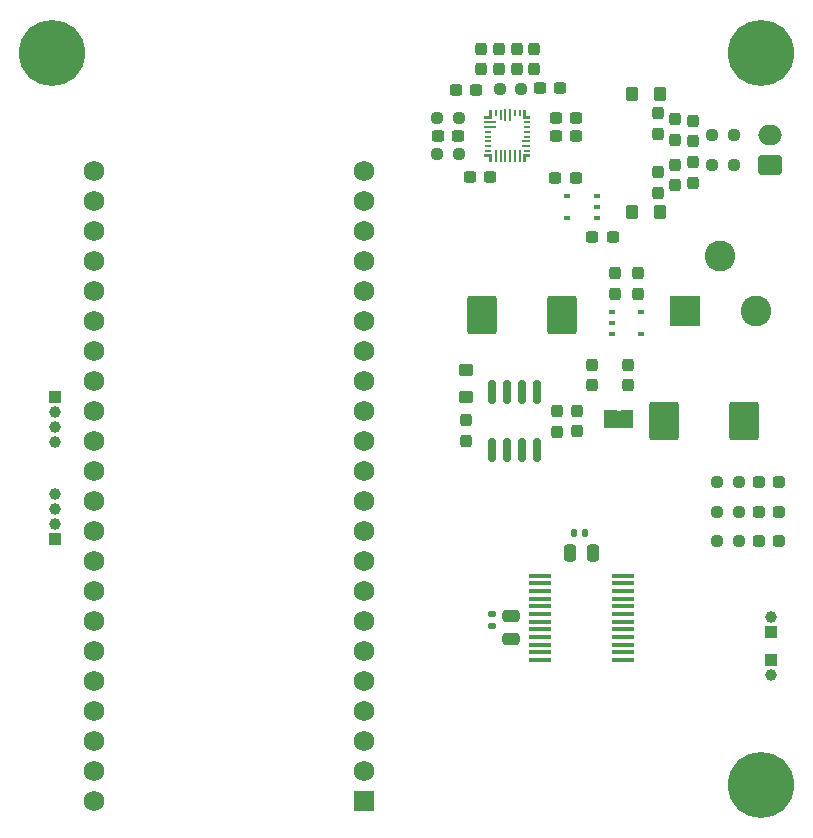
<source format=gbr>
%TF.GenerationSoftware,KiCad,Pcbnew,9.0.4*%
%TF.CreationDate,2025-10-21T16:10:30+02:00*%
%TF.ProjectId,Nomad,4e6f6d61-642e-46b6-9963-61645f706362,rev?*%
%TF.SameCoordinates,Original*%
%TF.FileFunction,Soldermask,Top*%
%TF.FilePolarity,Negative*%
%FSLAX46Y46*%
G04 Gerber Fmt 4.6, Leading zero omitted, Abs format (unit mm)*
G04 Created by KiCad (PCBNEW 9.0.4) date 2025-10-21 16:10:30*
%MOMM*%
%LPD*%
G01*
G04 APERTURE LIST*
G04 Aperture macros list*
%AMRoundRect*
0 Rectangle with rounded corners*
0 $1 Rounding radius*
0 $2 $3 $4 $5 $6 $7 $8 $9 X,Y pos of 4 corners*
0 Add a 4 corners polygon primitive as box body*
4,1,4,$2,$3,$4,$5,$6,$7,$8,$9,$2,$3,0*
0 Add four circle primitives for the rounded corners*
1,1,$1+$1,$2,$3*
1,1,$1+$1,$4,$5*
1,1,$1+$1,$6,$7*
1,1,$1+$1,$8,$9*
0 Add four rect primitives between the rounded corners*
20,1,$1+$1,$2,$3,$4,$5,0*
20,1,$1+$1,$4,$5,$6,$7,0*
20,1,$1+$1,$6,$7,$8,$9,0*
20,1,$1+$1,$8,$9,$2,$3,0*%
%AMFreePoly0*
4,1,6,1.000000,0.000000,0.500000,-0.750000,-0.500000,-0.750000,-0.500000,0.750000,0.500000,0.750000,1.000000,0.000000,1.000000,0.000000,$1*%
%AMFreePoly1*
4,1,6,0.500000,-0.750000,-0.650000,-0.750000,-0.150000,0.000000,-0.650000,0.750000,0.500000,0.750000,0.500000,-0.750000,0.500000,-0.750000,$1*%
G04 Aperture macros list end*
%ADD10C,0.000000*%
%ADD11R,0.609600X0.381000*%
%ADD12RoundRect,0.237500X0.237500X-0.300000X0.237500X0.300000X-0.237500X0.300000X-0.237500X-0.300000X0*%
%ADD13RoundRect,0.237500X-0.237500X0.300000X-0.237500X-0.300000X0.237500X-0.300000X0.237500X0.300000X0*%
%ADD14RoundRect,0.250000X0.750000X-0.600000X0.750000X0.600000X-0.750000X0.600000X-0.750000X-0.600000X0*%
%ADD15O,2.000000X1.700000*%
%ADD16RoundRect,0.102000X0.765000X0.765000X-0.765000X0.765000X-0.765000X-0.765000X0.765000X-0.765000X0*%
%ADD17C,1.734000*%
%ADD18RoundRect,0.237500X0.287500X0.237500X-0.287500X0.237500X-0.287500X-0.237500X0.287500X-0.237500X0*%
%ADD19C,5.600000*%
%ADD20RoundRect,0.237500X-0.300000X-0.237500X0.300000X-0.237500X0.300000X0.237500X-0.300000X0.237500X0*%
%ADD21RoundRect,0.100000X0.850000X0.100000X-0.850000X0.100000X-0.850000X-0.100000X0.850000X-0.100000X0*%
%ADD22RoundRect,0.237500X-0.250000X-0.237500X0.250000X-0.237500X0.250000X0.237500X-0.250000X0.237500X0*%
%ADD23RoundRect,0.150000X-0.150000X0.825000X-0.150000X-0.825000X0.150000X-0.825000X0.150000X0.825000X0*%
%ADD24RoundRect,0.250000X-0.275000X-0.350000X0.275000X-0.350000X0.275000X0.350000X-0.275000X0.350000X0*%
%ADD25RoundRect,0.250000X1.000000X-1.400000X1.000000X1.400000X-1.000000X1.400000X-1.000000X-1.400000X0*%
%ADD26R,1.000000X1.000000*%
%ADD27C,1.000000*%
%ADD28RoundRect,0.237500X0.250000X0.237500X-0.250000X0.237500X-0.250000X-0.237500X0.250000X-0.237500X0*%
%ADD29RoundRect,0.237500X0.300000X0.237500X-0.300000X0.237500X-0.300000X-0.237500X0.300000X-0.237500X0*%
%ADD30RoundRect,0.140000X0.170000X-0.140000X0.170000X0.140000X-0.170000X0.140000X-0.170000X-0.140000X0*%
%ADD31R,0.584200X0.254000*%
%ADD32R,0.254000X0.799702*%
%ADD33R,0.990600X0.203200*%
%ADD34R,0.609600X0.203200*%
%ADD35R,0.711200X0.254000*%
%ADD36R,0.254002X0.622288*%
%ADD37R,0.203200X0.990600*%
%ADD38R,0.256212X0.614897*%
%ADD39R,0.609600X0.254000*%
%ADD40R,0.711200X0.203200*%
%ADD41R,0.660400X0.203200*%
%ADD42R,0.254000X0.609600*%
%ADD43R,0.203200X0.609600*%
%ADD44R,0.203200X0.914400*%
%ADD45FreePoly0,180.000000*%
%ADD46FreePoly1,180.000000*%
%ADD47RoundRect,0.250000X-0.350000X0.275000X-0.350000X-0.275000X0.350000X-0.275000X0.350000X0.275000X0*%
%ADD48RoundRect,0.140000X-0.140000X-0.170000X0.140000X-0.170000X0.140000X0.170000X-0.140000X0.170000X0*%
%ADD49RoundRect,0.250000X-0.250000X-0.475000X0.250000X-0.475000X0.250000X0.475000X-0.250000X0.475000X0*%
%ADD50RoundRect,0.250000X0.475000X-0.250000X0.475000X0.250000X-0.475000X0.250000X-0.475000X-0.250000X0*%
%ADD51R,2.600000X2.600000*%
%ADD52C,2.600000*%
G04 APERTURE END LIST*
D10*
%TO.C,U5*%
G36*
X113253196Y-50220297D02*
G01*
X112999196Y-50220297D01*
X112999199Y-49852000D01*
X112541999Y-49852007D01*
X112541999Y-49598007D01*
X113253200Y-49598007D01*
X113253196Y-50220297D01*
G37*
G36*
X113223808Y-46602804D02*
G01*
X112554699Y-46602801D01*
X112554699Y-46348801D01*
X112969811Y-46348807D01*
X112969808Y-45815404D01*
X113223808Y-45815404D01*
X113223808Y-46602804D01*
G37*
G36*
X116096017Y-46348807D02*
G01*
X116451617Y-46348801D01*
X116451617Y-46602801D01*
X115842017Y-46602801D01*
X115842020Y-45815404D01*
X116096020Y-45815404D01*
X116096017Y-46348807D01*
G37*
G36*
X116451617Y-49852007D02*
G01*
X116096017Y-49852000D01*
X116096020Y-50220297D01*
X115842020Y-50220297D01*
X115842016Y-49598007D01*
X116451617Y-49598007D01*
X116451617Y-49852007D01*
G37*
%TO.C,JP2*%
G36*
X125150001Y-72800000D02*
G01*
X122700001Y-72800000D01*
X122700001Y-71300000D01*
X125150001Y-71300000D01*
X125150001Y-72800000D01*
G37*
%TD*%
D11*
%TO.C,U2*%
X122081250Y-55018750D03*
X122081250Y-54078950D03*
X122081250Y-53139150D03*
X119592050Y-53126450D03*
X119592050Y-55031450D03*
%TD*%
D12*
%TO.C,C22*%
X115300000Y-42400000D03*
X115300000Y-40674998D03*
%TD*%
%TO.C,C17*%
X128750000Y-52225001D03*
X128750000Y-50499999D03*
%TD*%
D13*
%TO.C,C18*%
X128750000Y-46637499D03*
X128750000Y-48362501D03*
%TD*%
D14*
%TO.C,LS1*%
X136750000Y-50500000D03*
D15*
X136750000Y-48000000D03*
%TD*%
D16*
%TO.C,U6*%
X102360000Y-104340000D03*
D17*
X102360001Y-101800000D03*
X102360000Y-99260000D03*
X102360000Y-96720000D03*
X102360000Y-94180000D03*
X102360000Y-91640001D03*
X102360000Y-89099999D03*
X102360000Y-86560000D03*
X102360000Y-84020000D03*
X102360000Y-81480000D03*
X102360000Y-78939999D03*
X102360000Y-76400000D03*
X102360000Y-73860000D03*
X102360000Y-71320000D03*
X102360000Y-68780001D03*
X102360000Y-66239999D03*
X102360000Y-63700000D03*
X102360000Y-61160000D03*
X102360000Y-58620000D03*
X102360000Y-56079999D03*
X102360000Y-53540000D03*
X102360000Y-51000000D03*
X79500000Y-104340000D03*
X79499999Y-101800000D03*
X79500000Y-99260000D03*
X79500000Y-96720000D03*
X79500000Y-94180000D03*
X79500000Y-91640001D03*
X79500000Y-89099999D03*
X79500000Y-86560000D03*
X79500000Y-84020000D03*
X79500000Y-81480000D03*
X79500000Y-78939999D03*
X79500000Y-76400000D03*
X79500000Y-73860000D03*
X79500000Y-71320000D03*
X79500000Y-68780001D03*
X79500000Y-66239999D03*
X79500000Y-63700000D03*
X79500000Y-61160000D03*
X79500000Y-58620000D03*
X79500000Y-56079999D03*
X79500000Y-53540000D03*
X79500000Y-51000000D03*
%TD*%
D18*
%TO.C,D5*%
X137549998Y-82350000D03*
X135800000Y-82350000D03*
%TD*%
D19*
%TO.C,H1*%
X136000000Y-41000000D03*
%TD*%
D12*
%TO.C,C20*%
X130249999Y-52000001D03*
X130249999Y-50274999D03*
%TD*%
D20*
%TO.C,C11*%
X108634307Y-48020200D03*
X110359309Y-48020200D03*
%TD*%
D21*
%TO.C,Driver1*%
X124300000Y-92425000D03*
X124300000Y-91775000D03*
X124300000Y-91125000D03*
X124300000Y-90475000D03*
X124300000Y-89825000D03*
X124300000Y-89175000D03*
X124300000Y-88525000D03*
X124300000Y-87875000D03*
X124300000Y-87225000D03*
X124300000Y-86575000D03*
X124300000Y-85925000D03*
X124300000Y-85275000D03*
X117300000Y-85275000D03*
X117300000Y-85925000D03*
X117300000Y-86575000D03*
X117300000Y-87225000D03*
X117300000Y-87875000D03*
X117300000Y-88525000D03*
X117300000Y-89175000D03*
X117300000Y-89825000D03*
X117300000Y-90475000D03*
X117300000Y-91125000D03*
X117300000Y-91775000D03*
X117300000Y-92425000D03*
%TD*%
D22*
%TO.C,R6*%
X131837500Y-50500000D03*
X133662500Y-50500000D03*
%TD*%
D12*
%TO.C,C1*%
X124712500Y-69162501D03*
X124712500Y-67437499D03*
%TD*%
D13*
%TO.C,C7*%
X111015000Y-72124999D03*
X111015000Y-73850001D03*
%TD*%
%TO.C,C3*%
X118735000Y-71362499D03*
X118735000Y-73087501D03*
%TD*%
D19*
%TO.C,H2*%
X136000000Y-103000000D03*
%TD*%
D20*
%TO.C,C12*%
X110137499Y-44200000D03*
X111862501Y-44200000D03*
%TD*%
D12*
%TO.C,C2*%
X121712500Y-69162501D03*
X121712500Y-67437499D03*
%TD*%
D18*
%TO.C,D3*%
X137549998Y-77350000D03*
X135800000Y-77350000D03*
%TD*%
D23*
%TO.C,U4*%
X117055000Y-69687501D03*
X115785000Y-69687501D03*
X114515000Y-69687501D03*
X113245000Y-69687501D03*
X113245000Y-74637501D03*
X114515000Y-74637501D03*
X115785000Y-74637501D03*
X117055000Y-74637501D03*
%TD*%
D11*
%TO.C,U3*%
X123350000Y-62960200D03*
X123350000Y-63900000D03*
X123350000Y-64839800D03*
X125839200Y-64852500D03*
X125839200Y-62947500D03*
%TD*%
D12*
%TO.C,C25*%
X113800000Y-42400000D03*
X113800000Y-40674998D03*
%TD*%
D24*
%TO.C,L3*%
X125100000Y-44500000D03*
X127400000Y-44500000D03*
%TD*%
D12*
%TO.C,C14*%
X127250000Y-47862501D03*
X127250000Y-46137499D03*
%TD*%
D25*
%TO.C,D2*%
X112350000Y-63200000D03*
X119150000Y-63200000D03*
%TD*%
D26*
%TO.C,J3*%
X76225000Y-70160000D03*
D27*
X76225000Y-71430001D03*
X76225000Y-72700000D03*
X76225000Y-73970000D03*
%TD*%
D20*
%TO.C,C16*%
X118634308Y-46520200D03*
X120359308Y-46520200D03*
%TD*%
%TO.C,C19*%
X118634307Y-48020200D03*
X120359309Y-48020200D03*
%TD*%
D28*
%TO.C,R3*%
X110409308Y-49600000D03*
X108584308Y-49600000D03*
%TD*%
D29*
%TO.C,C10*%
X113062501Y-51520200D03*
X111337499Y-51520200D03*
%TD*%
D22*
%TO.C,R5*%
X132262499Y-82350000D03*
X134087499Y-82350000D03*
%TD*%
D19*
%TO.C,H3*%
X76000000Y-41000000D03*
%TD*%
D26*
%TO.C,J2*%
X76175000Y-82210000D03*
D27*
X76175000Y-80939999D03*
X76175000Y-79670000D03*
X76175000Y-78400000D03*
%TD*%
D26*
%TO.C,J5*%
X136800000Y-92400000D03*
D27*
X136800000Y-93670001D03*
%TD*%
D22*
%TO.C,R1*%
X132262499Y-77350000D03*
X134087499Y-77350000D03*
%TD*%
D12*
%TO.C,C24*%
X112300000Y-42400000D03*
X112300000Y-40674998D03*
%TD*%
D30*
%TO.C,C26*%
X113181250Y-89509999D03*
X113181250Y-88549999D03*
%TD*%
D24*
%TO.C,L2*%
X125100000Y-54500000D03*
X127400000Y-54500000D03*
%TD*%
D12*
%TO.C,C5*%
X123594600Y-61400000D03*
X123594600Y-59674998D03*
%TD*%
D26*
%TO.C,J4*%
X136800000Y-90035000D03*
D27*
X136800000Y-88764999D03*
%TD*%
D20*
%TO.C,C15*%
X117278190Y-43975000D03*
X119003192Y-43975000D03*
%TD*%
D28*
%TO.C,R8*%
X115712500Y-44037499D03*
X113887500Y-44037499D03*
%TD*%
D31*
%TO.C,U5*%
X112846798Y-46475801D03*
D32*
X113096808Y-46202953D03*
D33*
X113050000Y-46900000D03*
X113050000Y-47299999D03*
D34*
X112846799Y-47700002D03*
X112846799Y-48100001D03*
X112846799Y-48500000D03*
X112846799Y-48900001D03*
X112846799Y-49300000D03*
D35*
X112897599Y-49725007D03*
D36*
X113126198Y-49909151D03*
D37*
X113546807Y-49725000D03*
X113946809Y-49725001D03*
X114346808Y-49725001D03*
X114746807Y-49725001D03*
X115146806Y-49725001D03*
X115546808Y-49725001D03*
D38*
X115967914Y-49912848D03*
D39*
X116146817Y-49725007D03*
D34*
X116146817Y-49300000D03*
D40*
X116096017Y-48900001D03*
D41*
X116121417Y-48499999D03*
D34*
X116146817Y-48100001D03*
X116146817Y-47700002D03*
X116146818Y-47299999D03*
X116146818Y-46900000D03*
D42*
X115971808Y-46120200D03*
D39*
X116146808Y-46470200D03*
D43*
X115546808Y-46120200D03*
X115146806Y-46120200D03*
D37*
X114746807Y-46310700D03*
X114346808Y-46310700D03*
D44*
X113946809Y-46272600D03*
D43*
X113546807Y-46120200D03*
%TD*%
D20*
%TO.C,C4*%
X121718749Y-56639150D03*
X123443751Y-56639150D03*
%TD*%
D45*
%TO.C,JP2*%
X124650000Y-72050000D03*
D46*
X123200002Y-72050000D03*
%TD*%
D12*
%TO.C,C9*%
X125594600Y-61400000D03*
X125594600Y-59674998D03*
%TD*%
D47*
%TO.C,L1*%
X111015000Y-67837501D03*
X111015000Y-70137501D03*
%TD*%
D48*
%TO.C,C28*%
X120170000Y-81700000D03*
X121130000Y-81700000D03*
%TD*%
D13*
%TO.C,C6*%
X120400000Y-71337499D03*
X120400000Y-73062501D03*
%TD*%
D22*
%TO.C,R2*%
X108584308Y-46520200D03*
X110409308Y-46520200D03*
%TD*%
D29*
%TO.C,C8*%
X120312501Y-51650000D03*
X118587499Y-51650000D03*
%TD*%
D22*
%TO.C,R4*%
X132262499Y-79850000D03*
X134087499Y-79850000D03*
%TD*%
D13*
%TO.C,C13*%
X127250000Y-51137499D03*
X127250000Y-52862501D03*
%TD*%
D49*
%TO.C,C29*%
X119850000Y-83400000D03*
X121750000Y-83400000D03*
%TD*%
D25*
%TO.C,D1*%
X127775001Y-72200000D03*
X134575001Y-72200000D03*
%TD*%
D13*
%TO.C,C21*%
X130250000Y-46774998D03*
X130250000Y-48500000D03*
%TD*%
D50*
%TO.C,C27*%
X114800000Y-90600000D03*
X114800000Y-88700002D03*
%TD*%
D22*
%TO.C,R7*%
X131837500Y-48000000D03*
X133662500Y-48000000D03*
%TD*%
D18*
%TO.C,D4*%
X137549998Y-79850000D03*
X135800000Y-79850000D03*
%TD*%
D51*
%TO.C,J1*%
X129550000Y-62900000D03*
D52*
X135550000Y-62900000D03*
X132550000Y-58200000D03*
%TD*%
D12*
%TO.C,C23*%
X116800000Y-42400000D03*
X116800000Y-40674998D03*
%TD*%
M02*

</source>
